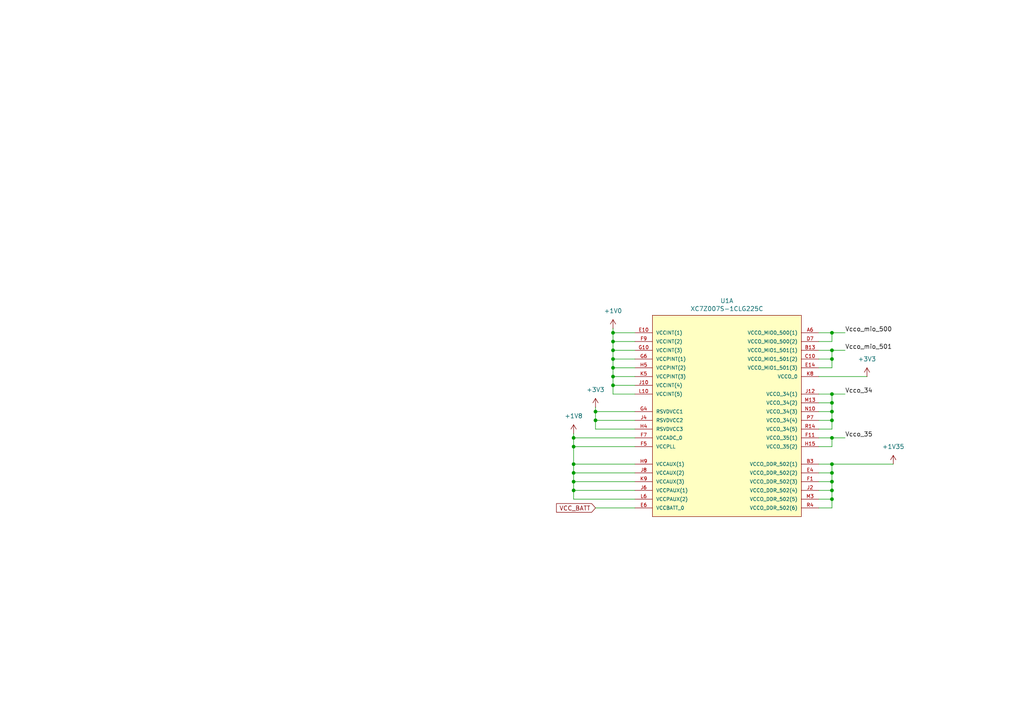
<source format=kicad_sch>
(kicad_sch (version 20231120) (generator "eeschema") (generator_version "8.0")
  (paper "A4")
  (lib_symbols
    (symbol "XC7Z007S-1CLG225C:XC7Z007S-1CLG225C" (pin_names (offset 1.016))
      (property "Reference" "U" (at -20.4724 32.4612 0))
      (property "Value" "XC7Z007S-1CLG225C" (at -20.447 -31.8262 0))
      (symbol "XC7Z007S-1CLG225C_1_0"
        (rectangle (start -20.32 -27.94) (end 22.86 30.48) (stroke (width 0.1524)) (fill (type background)))
        (pin power_in line (at 27.94 25.4 180) (length 5.08) (name "VCCO_MIO0_500(1)") (number "A6"))
        (pin power_in line (at 27.94 20.32 180) (length 5.08) (name "VCCO_MIO1_501(1)") (number "B13"))
        (pin power_in line (at 27.94 -12.7 180) (length 5.08) (name "VCCO_DDR_502(1)") (number "B3"))
        (pin power_in line (at 27.94 17.78 180) (length 5.08) (name "VCCO_MIO1_501(2)") (number "C10"))
        (pin power_in line (at 27.94 22.86 180) (length 5.08) (name "VCCO_MIO0_500(2)") (number "D7"))
        (pin power_in line (at -25.4 25.4 0) (length 5.08) (name "VCCINT(1)") (number "E10"))
        (pin power_in line (at 27.94 15.24 180) (length 5.08) (name "VCCO_MIO1_501(3)") (number "E14"))
        (pin power_in line (at 27.94 -15.24 180) (length 5.08) (name "VCCO_DDR_502(2)") (number "E4"))
        (pin power_in line (at -25.4 -25.4 0) (length 5.08) (name "VCCBATT_0") (number "E6"))
        (pin power_in line (at 27.94 -17.78 180) (length 5.08) (name "VCCO_DDR_502(3)") (number "F1"))
        (pin power_in line (at 27.94 -5.08 180) (length 5.08) (name "VCCO_35(1)") (number "F11"))
        (pin power_in line (at -25.4 -7.62 0) (length 5.08) (name "VCCPLL") (number "F5"))
        (pin power_in line (at -25.4 -5.08 0) (length 5.08) (name "VCCADC_0") (number "F7"))
        (pin power_in line (at -25.4 22.86 0) (length 5.08) (name "VCCINT(2)") (number "F9"))
        (pin power_in line (at -25.4 20.32 0) (length 5.08) (name "VCCINT(3)") (number "G10"))
        (pin power_in line (at -25.4 2.54 0) (length 5.08) (name "RSVDVCC1") (number "G4"))
        (pin power_in line (at -25.4 17.78 0) (length 5.08) (name "VCCPINT(1)") (number "G6"))
        (pin power_in line (at 27.94 -7.62 180) (length 5.08) (name "VCCO_35(2)") (number "H15"))
        (pin power_in line (at -25.4 -2.54 0) (length 5.08) (name "RSVDVCC3") (number "H4"))
        (pin power_in line (at -25.4 15.24 0) (length 5.08) (name "VCCPINT(2)") (number "H5"))
        (pin power_in line (at -25.4 -12.7 0) (length 5.08) (name "VCCAUX(1)") (number "H9"))
        (pin power_in line (at -25.4 10.16 0) (length 5.08) (name "VCCINT(4)") (number "J10"))
        (pin power_in line (at 27.94 7.62 180) (length 5.08) (name "VCCO_34(1)") (number "J12"))
        (pin power_in line (at 27.94 -20.32 180) (length 5.08) (name "VCCO_DDR_502(4)") (number "J2"))
        (pin power_in line (at -25.4 0 0) (length 5.08) (name "RSVDVCC2") (number "J4"))
        (pin power_in line (at -25.4 -20.32 0) (length 5.08) (name "VCCPAUX(1)") (number "J6"))
        (pin power_in line (at -25.4 -15.24 0) (length 5.08) (name "VCCAUX(2)") (number "J8"))
        (pin power_in line (at -25.4 12.7 0) (length 5.08) (name "VCCPINT(3)") (number "K5"))
        (pin power_in line (at 27.94 12.7 180) (length 5.08) (name "VCCO_0") (number "K8"))
        (pin power_in line (at -25.4 -17.78 0) (length 5.08) (name "VCCAUX(3)") (number "K9"))
        (pin power_in line (at -25.4 7.62 0) (length 5.08) (name "VCCINT(5)") (number "L10"))
        (pin power_in line (at -25.4 -22.86 0) (length 5.08) (name "VCCPAUX(2)") (number "L6"))
        (pin power_in line (at 27.94 5.08 180) (length 5.08) (name "VCCO_34(2)") (number "M13"))
        (pin power_in line (at 27.94 -22.86 180) (length 5.08) (name "VCCO_DDR_502(5)") (number "M3"))
        (pin power_in line (at 27.94 2.54 180) (length 5.08) (name "VCCO_34(3)") (number "N10"))
        (pin power_in line (at 27.94 0 180) (length 5.08) (name "VCCO_34(4)") (number "P7"))
        (pin power_in line (at 27.94 -2.54 180) (length 5.08) (name "VCCO_34(5)") (number "R14"))
        (pin power_in line (at 27.94 -25.4 180) (length 5.08) (name "VCCO_DDR_502(6)") (number "R4"))
      )
      (symbol "XC7Z007S-1CLG225C_2_0"
        (rectangle (start -15.24 -20.32) (end 17.78 22.86) (stroke (width 0.1524)) (fill (type background)))
        (pin power_in line (at -20.32 20.32 0) (length 5.08) (name "GND(1)") (number "A1"))
        (pin power_in line (at -20.32 17.78 0) (length 5.08) (name "GND(2)") (number "A11"))
        (pin power_in line (at -20.32 15.24 0) (length 5.08) (name "GND(3)") (number "B8"))
        (pin power_in line (at -20.32 10.16 0) (length 5.08) (name "GND(5)") (number "C15"))
        (pin power_in line (at -20.32 12.7 0) (length 5.08) (name "GND(4)") (number "C5"))
        (pin power_in line (at -20.32 5.08 0) (length 5.08) (name "GND(7)") (number "D12"))
        (pin power_in line (at -20.32 7.62 0) (length 5.08) (name "GND(6)") (number "D2"))
        (pin power_in line (at -20.32 2.54 0) (length 5.08) (name "GND(8)") (number "E5"))
        (pin power_in line (at -20.32 0 0) (length 5.08) (name "GND(9)") (number "E7"))
        (pin power_in line (at -20.32 -2.54 0) (length 5.08) (name "GND(10)") (number "E9"))
        (pin power_in line (at -20.32 -5.08 0) (length 5.08) (name "GND(11)") (number "F10"))
        (pin power_in line (at 22.86 20.32 180) (length 5.08) (name "GNDADC_0") (number "F8"))
        (pin power_in line (at -20.32 -12.7 0) (length 5.08) (name "GND(14)") (number "G13"))
        (pin power_in line (at -20.32 -7.62 0) (length 5.08) (name "GND(12)") (number "G3"))
        (pin power_in line (at -20.32 -10.16 0) (length 5.08) (name "GND(13)") (number "G5"))
        (pin power_in line (at -20.32 -17.78 0) (length 5.08) (name "GND(16)") (number "H10"))
        (pin power_in line (at -20.32 -15.24 0) (length 5.08) (name "GND(15)") (number "H6"))
        (pin power_in line (at 22.86 -17.78 180) (length 5.08) (name "GND(17)") (number "J5"))
        (pin power_in line (at 22.86 -15.24 180) (length 5.08) (name "GND(18)") (number "J9"))
        (pin power_in line (at 22.86 -7.62 180) (length 5.08) (name "GND(21)") (number "K10"))
        (pin power_in line (at 22.86 -5.08 180) (length 5.08) (name "GND(22)") (number "K14"))
        (pin power_in line (at 22.86 -12.7 180) (length 5.08) (name "GND(19)") (number "K4"))
        (pin power_in line (at 22.86 -10.16 180) (length 5.08) (name "GND(20)") (number "K7"))
        (pin power_in line (at 22.86 -2.54 180) (length 5.08) (name "GND(23)") (number "L1"))
        (pin power_in line (at 22.86 2.54 180) (length 5.08) (name "GND(25)") (number "L11"))
        (pin power_in line (at 22.86 0 180) (length 5.08) (name "GND(24)") (number "L5"))
        (pin power_in line (at 22.86 5.08 180) (length 5.08) (name "GND(26)") (number "M8"))
        (pin power_in line (at 22.86 10.16 180) (length 5.08) (name "GND(28)") (number "N15"))
        (pin power_in line (at 22.86 7.62 180) (length 5.08) (name "GND(27)") (number "N5"))
        (pin power_in line (at 22.86 15.24 180) (length 5.08) (name "GND(30)") (number "P12"))
        (pin power_in line (at 22.86 12.7 180) (length 5.08) (name "GND(29)") (number "P2"))
        (pin power_in line (at 22.86 17.78 180) (length 5.08) (name "GND(31)") (number "R9"))
      )
      (symbol "XC7Z007S-1CLG225C_3_0"
        (rectangle (start -22.86 -35.56) (end 27.94 38.1) (stroke (width 0.1524)) (fill (type background)))
        (pin bidirectional line (at -27.94 33.02 0) (length 5.08) (name "PS_DDR_DQ1_502") (number "A2"))
        (pin bidirectional line (at -27.94 30.48 0) (length 5.08) (name "PS_DDR_DQ7_502") (number "A3"))
        (pin bidirectional line (at -27.94 27.94 0) (length 5.08) (name "PS_DDR_DQ5_502") (number "A4"))
        (pin bidirectional line (at -27.94 25.4 0) (length 5.08) (name "PS_DDR_DM0_502") (number "B1"))
        (pin bidirectional line (at -27.94 22.86 0) (length 5.08) (name "PS_DDR_DQS_N0_502") (number "B2"))
        (pin bidirectional line (at -27.94 20.32 0) (length 5.08) (name "PS_DDR_DQ4_502") (number "B4"))
        (pin bidirectional line (at -27.94 17.78 0) (length 5.08) (name "PS_DDR_DQ3_502") (number "C1"))
        (pin bidirectional line (at -27.94 15.24 0) (length 5.08) (name "PS_DDR_DQS_P0_502") (number "C2"))
        (pin bidirectional line (at -27.94 12.7 0) (length 5.08) (name "PS_DDR_DQ6_502") (number "C3"))
        (pin bidirectional line (at -27.94 10.16 0) (length 5.08) (name "PS_DDR_DQ2_502") (number "C4"))
        (pin bidirectional line (at -27.94 7.62 0) (length 5.08) (name "PS_DDR_DQ9_502") (number "D1"))
        (pin bidirectional line (at -27.94 5.08 0) (length 5.08) (name "PS_DDR_DM1_502") (number "D3"))
        (pin bidirectional line (at -27.94 2.54 0) (length 5.08) (name "PS_DDR_DQ0_502") (number "D4"))
        (pin bidirectional line (at -27.94 0 0) (length 5.08) (name "PS_DDR_DQ8_502") (number "E1"))
        (pin bidirectional line (at -27.94 -2.54 0) (length 5.08) (name "PS_DDR_DQ10_502") (number "E2"))
        (pin bidirectional line (at -27.94 -5.08 0) (length 5.08) (name "PS_DDR_DQ11_502") (number "E3"))
        (pin bidirectional line (at -27.94 -7.62 0) (length 5.08) (name "PS_DDR_DQS_N1_502") (number "F2"))
        (pin bidirectional line (at -27.94 -10.16 0) (length 5.08) (name "PS_DDR_DQ12_502") (number "F3"))
        (pin bidirectional line (at -27.94 -12.7 0) (length 5.08) (name "PS_DDR_VREF0_502") (number "F4"))
        (pin bidirectional line (at -27.94 -15.24 0) (length 5.08) (name "PS_DDR_DQ13_502") (number "G1"))
        (pin bidirectional line (at -27.94 -17.78 0) (length 5.08) (name "PS_DDR_DQS_P1_502") (number "G2"))
        (pin bidirectional line (at -27.94 -20.32 0) (length 5.08) (name "PS_DDR_DQ14_502") (number "H1"))
        (pin bidirectional line (at -27.94 -22.86 0) (length 5.08) (name "PS_DDR_DQ15_502") (number "H2"))
        (pin bidirectional line (at -27.94 -25.4 0) (length 5.08) (name "PS_DDR_VRP_502") (number "H3"))
        (pin bidirectional line (at -27.94 -27.94 0) (length 5.08) (name "PS_DDR_A10_502") (number "J1"))
        (pin bidirectional line (at -27.94 -30.48 0) (length 5.08) (name "PS_DDR_VRN_502") (number "J3"))
        (pin bidirectional line (at 33.02 33.02 180) (length 5.08) (name "PS_DDR_A14_502") (number "K1"))
        (pin bidirectional line (at 33.02 30.48 180) (length 5.08) (name "PS_DDR_A13_502") (number "K2"))
        (pin bidirectional line (at 33.02 27.94 180) (length 5.08) (name "PS_DDR_ODT_502") (number "K3"))
        (pin bidirectional line (at 33.02 25.4 180) (length 5.08) (name "PS_DDR_A11_502") (number "L2"))
        (pin bidirectional line (at 33.02 7.62 180) (length 5.08) (name "PS_DDR_CKE_502") (number "L3"))
        (pin bidirectional line (at 33.02 22.86 180) (length 5.08) (name "PS_DDR_DRST_B_502") (number "L4"))
        (pin bidirectional line (at 33.02 20.32 180) (length 5.08) (name "PS_DDR_A2_502") (number "M1"))
        (pin bidirectional line (at 33.02 17.78 180) (length 5.08) (name "PS_DDR_A12_502") (number "M2"))
        (pin bidirectional line (at 33.02 15.24 180) (length 5.08) (name "PS_DDR_A3_502") (number "M4"))
        (pin bidirectional line (at 33.02 12.7 180) (length 5.08) (name "PS_DDR_A7_502") (number "M5"))
        (pin bidirectional line (at 33.02 10.16 180) (length 5.08) (name "PS_DDR_BA0_502") (number "M6"))
        (pin bidirectional line (at 33.02 5.08 180) (length 5.08) (name "PS_DDR_A1_502") (number "N1"))
        (pin bidirectional line (at 33.02 2.54 180) (length 5.08) (name "PS_DDR_CKN_502") (number "N2"))
        (pin bidirectional line (at 33.02 0 180) (length 5.08) (name "PS_DDR_CKP_502") (number "N3"))
        (pin bidirectional line (at 33.02 -2.54 180) (length 5.08) (name "PS_DDR_A9_502") (number "N4"))
        (pin bidirectional line (at 33.02 -5.08 180) (length 5.08) (name "PS_DDR_BA2_502") (number "N6"))
        (pin bidirectional line (at 33.02 -17.78 180) (length 5.08) (name "PS_DDR_A0_502") (number "P1"))
        (pin bidirectional line (at 33.02 -15.24 180) (length 5.08) (name "PS_DDR_A4_502") (number "P3"))
        (pin bidirectional line (at 33.02 -12.7 180) (length 5.08) (name "PS_DDR_A5_502") (number "P4"))
        (pin bidirectional line (at 33.02 -10.16 180) (length 5.08) (name "PS_DDR_A6_502") (number "P5"))
        (pin bidirectional line (at 33.02 -7.62 180) (length 5.08) (name "PS_DDR_A8_502") (number "P6"))
        (pin bidirectional line (at 33.02 -30.48 180) (length 5.08) (name "PS_DDR_BA1_502") (number "R1"))
        (pin bidirectional line (at 33.02 -27.94 180) (length 5.08) (name "PS_DDR_CS_B_502") (number "R2"))
        (pin bidirectional line (at 33.02 -25.4 180) (length 5.08) (name "PS_DDR_WE_B_502") (number "R3"))
        (pin bidirectional line (at 33.02 -22.86 180) (length 5.08) (name "PS_DDR_CAS_B_502") (number "R5"))
        (pin bidirectional line (at 33.02 -20.32 180) (length 5.08) (name "PS_DDR_RAS_B_502") (number "R6"))
      )
      (symbol "XC7Z007S-1CLG225C_4_0"
        (rectangle (start -22.86 -35.56) (end 20.32 35.56) (stroke (width 0.1524)) (fill (type background)))
        (pin bidirectional line (at -27.94 20.32 0) (length 5.08) (name "PS_MIO6_500") (number "A10"))
        (pin bidirectional line (at -27.94 17.78 0) (length 5.08) (name "PS_MIO52_501") (number "A12"))
        (pin bidirectional line (at -27.94 15.24 0) (length 5.08) (name "PS_MIO38_501") (number "A13"))
        (pin bidirectional line (at -27.94 12.7 0) (length 5.08) (name "PS_MIO35_501") (number "A14"))
        (pin bidirectional line (at -27.94 10.16 0) (length 5.08) (name "PS_MIO28_501") (number "A15"))
        (pin bidirectional line (at -27.94 30.48 0) (length 5.08) (name "PS_MIO1_500") (number "A5"))
        (pin bidirectional line (at -27.94 27.94 0) (length 5.08) (name "PS_MIO3_500") (number "A7"))
        (pin bidirectional line (at -27.94 25.4 0) (length 5.08) (name "PS_MIO2_500") (number "A8"))
        (pin bidirectional line (at -27.94 22.86 0) (length 5.08) (name "PS_MIO5_500") (number "A9"))
        (pin bidirectional line (at -27.94 -2.54 0) (length 5.08) (name "PS_MIO11_500") (number "B10"))
        (pin bidirectional line (at 25.4 -10.16 180) (length 5.08) (name "PS_SRST_B_501") (number "B11"))
        (pin bidirectional line (at -27.94 -7.62 0) (length 5.08) (name "PS_MIO48_501") (number "B12"))
        (pin bidirectional line (at -27.94 -10.16 0) (length 5.08) (name "PS_MIO36_501") (number "B14"))
        (pin bidirectional line (at -27.94 -12.7 0) (length 5.08) (name "PS_MIO30_501") (number "B15"))
        (pin bidirectional line (at -27.94 7.62 0) (length 5.08) (name "PS_MIO9_500") (number "B5"))
        (pin bidirectional line (at -27.94 5.08 0) (length 5.08) (name "PS_MIO8_500") (number "B6"))
        (pin bidirectional line (at -27.94 2.54 0) (length 5.08) (name "PS_MIO12_500") (number "B7"))
        (pin bidirectional line (at -27.94 0 0) (length 5.08) (name "PS_MIO14_500") (number "B9"))
        (pin bidirectional line (at -27.94 -15.24 0) (length 5.08) (name "PS_MIO33_501") (number "C11"))
        (pin bidirectional line (at -27.94 -17.78 0) (length 5.08) (name "PS_MIO31_501") (number "C12"))
        (pin bidirectional line (at -27.94 -20.32 0) (length 5.08) (name "PS_MIO53_501") (number "C13"))
        (pin bidirectional line (at -27.94 -22.86 0) (length 5.08) (name "PS_MIO37_501") (number "C14"))
        (pin bidirectional line (at -27.94 -5.08 0) (length 5.08) (name "PS_MIO13_500") (number "C6"))
        (pin bidirectional clock (at 25.4 -7.62 180) (length 5.08) (name "PS_CLK_500") (number "C7"))
        (pin bidirectional line (at 25.4 -15.24 180) (length 5.08) (name "PS_MIO4_500") (number "C8"))
        (pin bidirectional line (at 25.4 15.24 180) (length 5.08) (name "PS_POR_B_500") (number "C9"))
        (pin bidirectional line (at 25.4 -30.48 180) (length 5.08) (name "PS_MIO15_500") (number "D10"))
        (pin bidirectional line (at 25.4 -27.94 180) (length 5.08) (name "PS_MIO29_501") (number "D11"))
        (pin bidirectional line (at 25.4 -25.4 180) (length 5.08) (name "PS_MIO49_501") (number "D13"))
        (pin bidirectional line (at 25.4 -22.86 180) (length 5.08) (name "PS_MIO39_501") (number "D14"))
        (pin bidirectional line (at -27.94 -30.48 0) (length 5.08) (name "PS_MIO34_501") (number "D15"))
        (pin bidirectional line (at 25.4 0 180) (length 5.08) (name "INIT_B_0") (number "D5"))
        (pin bidirectional line (at -27.94 -27.94 0) (length 5.08) (name "PS_MIO10_500") (number "D6"))
        (pin bidirectional line (at -27.94 -25.4 0) (length 5.08) (name "PS_MIO0_500") (number "D8"))
        (pin bidirectional line (at 25.4 -20.32 180) (length 5.08) (name "PS_MIO7_500") (number "D9"))
        (pin bidirectional line (at 25.4 -17.78 180) (length 5.08) (name "PS_MIO32_501") (number "E15"))
        (pin bidirectional line (at 25.4 5.08 180) (length 5.08) (name "RSVDGND") (number "E8"))
        (pin bidirectional line (at 25.4 -2.54 180) (length 5.08) (name "CFGBVS_0") (number "F6"))
        (pin bidirectional line (at 25.4 7.62 180) (length 5.08) (name "VP_0") (number "G7"))
        (pin bidirectional line (at 25.4 10.16 180) (length 5.08) (name "VREFN_0") (number "G8"))
        (pin bidirectional line (at 25.4 12.7 180) (length 5.08) (name "TCK_0") (number "G9"))
        (pin bidirectional line (at 25.4 20.32 180) (length 5.08) (name "VREFP_0") (number "H7"))
        (pin bidirectional line (at 25.4 22.86 180) (length 5.08) (name "VN_0") (number "H8"))
        (pin bidirectional line (at 25.4 2.54 180) (length 5.08) (name "DXP_0") (number "J7"))
        (pin bidirectional line (at 25.4 -5.08 180) (length 5.08) (name "PROGRAM_B_0") (number "K6"))
        (pin bidirectional line (at 25.4 25.4 180) (length 5.08) (name "TDI_0") (number "L7"))
        (pin bidirectional line (at 25.4 27.94 180) (length 5.08) (name "TDO_0") (number "L8"))
        (pin bidirectional line (at 25.4 30.48 180) (length 5.08) (name "TMS_0") (number "L9"))
        (pin bidirectional line (at 25.4 17.78 180) (length 5.08) (name "DONE_0") (number "M7"))
      )
      (symbol "XC7Z007S-1CLG225C_5_0"
        (rectangle (start -25.4 -40.64) (end 25.4 35.56) (stroke (width 0.1524)) (fill (type background)))
        (pin bidirectional line (at -30.48 30.48 0) (length 5.08) (name "IO_L2P_T0_AD8P_35") (number "E11"))
        (pin bidirectional line (at -30.48 27.94 0) (length 5.08) (name "IO_L2N_T0_AD8N_35") (number "E12"))
        (pin bidirectional line (at -30.48 25.4 0) (length 5.08) (name "IO_L1N_T0_AD0N_35") (number "E13"))
        (pin bidirectional line (at -30.48 22.86 0) (length 5.08) (name "IO_L1P_T0_AD0P_35") (number "F12"))
        (pin bidirectional line (at -30.48 20.32 0) (length 5.08) (name "IO_L3P_T0_DQS_AD1P_35") (number "F13"))
        (pin bidirectional line (at -30.48 17.78 0) (length 5.08) (name "IO_L3N_T0_DQS_AD1N_35") (number "F14"))
        (pin bidirectional line (at -30.48 15.24 0) (length 5.08) (name "IO_L5N_T0_AD9N_35") (number "F15"))
        (pin bidirectional line (at -30.48 5.08 0) (length 5.08) (name "IO_L1P_T0_34") (number "G11"))
        (pin bidirectional line (at -30.48 2.54 0) (length 5.08) (name "IO_L2P_T0_34") (number "G12"))
        (pin bidirectional line (at -30.48 7.62 0) (length 5.08) (name "IO_L3P_T0_DQS_PUDC_B_34") (number "G14"))
        (pin bidirectional line (at -30.48 12.7 0) (length 5.08) (name "IO_L5P_T0_AD9P_35") (number "G15"))
        (pin bidirectional line (at 30.48 30.48 180) (length 5.08) (name "IO_L6P_T0_34") (number "H11"))
        (pin bidirectional line (at 30.48 27.94 180) (length 5.08) (name "IO_L1N_T0_34") (number "H12"))
        (pin bidirectional line (at 30.48 25.4 180) (length 5.08) (name "IO_L2N_T0_34") (number "H13"))
        (pin bidirectional line (at 30.48 22.86 180) (length 5.08) (name "IO_L3N_T0_DQS_34") (number "H14"))
        (pin bidirectional line (at 30.48 20.32 180) (length 5.08) (name "IO_L6N_T0_VREF_34") (number "J11"))
        (pin bidirectional line (at 30.48 17.78 180) (length 5.08) (name "IO_L5P_T0_34") (number "J13"))
        (pin bidirectional line (at 30.48 15.24 180) (length 5.08) (name "IO_L5N_T0_34") (number "J14"))
        (pin bidirectional line (at 30.48 12.7 180) (length 5.08) (name "IO_L4P_T0_34") (number "J15"))
        (pin bidirectional line (at 30.48 10.16 180) (length 5.08) (name "IO_L11P_T1_SRCC_34") (number "K11"))
        (pin bidirectional line (at 30.48 7.62 180) (length 5.08) (name "IO_L11N_T1_SRCC_34") (number "K12"))
        (pin bidirectional line (at 30.48 5.08 180) (length 5.08) (name "IO_L10P_T1_34") (number "K13"))
        (pin bidirectional line (at 30.48 2.54 180) (length 5.08) (name "IO_L4N_T0_34") (number "K15"))
        (pin bidirectional line (at -30.48 0 0) (length 5.08) (name "IO_L12P_T1_MRCC_34") (number "L12"))
        (pin bidirectional line (at -30.48 -2.54 0) (length 5.08) (name "IO_L10N_T1_34") (number "L13"))
        (pin bidirectional line (at 30.48 -2.54 180) (length 5.08) (name "IO_L9P_T1_DQS_34") (number "L14"))
        (pin bidirectional line (at 30.48 0 180) (length 5.08) (name "IO_L8P_T1_34") (number "L15"))
        (pin bidirectional line (at -30.48 -5.08 0) (length 5.08) (name "IO_L21P_T3_DQS_34") (number "M10"))
        (pin bidirectional line (at 30.48 -7.62 180) (length 5.08) (name "IO_L21N_T3_DQS_34") (number "M11"))
        (pin bidirectional line (at -30.48 -7.62 0) (length 5.08) (name "IO_L12N_T1_MRCC_34") (number "M12"))
        (pin bidirectional line (at 30.48 -10.16 180) (length 5.08) (name "IO_L9N_T1_DQS_34") (number "M14"))
        (pin bidirectional line (at -30.48 -10.16 0) (length 5.08) (name "IO_L8N_T1_34") (number "M15"))
        (pin bidirectional line (at 30.48 -5.08 180) (length 5.08) (name "IO_L19P_T3_34") (number "M9"))
        (pin bidirectional line (at -30.48 -20.32 0) (length 5.08) (name "IO_L13P_T2_MRCC_34") (number "N11"))
        (pin bidirectional line (at -30.48 -17.78 0) (length 5.08) (name "IO_L13N_T2_MRCC_34") (number "N12"))
        (pin bidirectional line (at -30.48 -15.24 0) (length 5.08) (name "IO_L7P_T1_34") (number "N13"))
        (pin bidirectional line (at -30.48 -12.7 0) (length 5.08) (name "IO_L7N_T1_34") (number "N14"))
        (pin bidirectional line (at -30.48 -27.94 0) (length 5.08) (name "IO_L22P_T3_34") (number "N7"))
        (pin bidirectional line (at -30.48 -25.4 0) (length 5.08) (name "IO_L22N_T3_34") (number "N8"))
        (pin bidirectional line (at -30.48 -22.86 0) (length 5.08) (name "IO_L19N_T3_VREF_34") (number "N9"))
        (pin bidirectional line (at 30.48 -20.32 180) (length 5.08) (name "IO_L24P_T3_34") (number "P10"))
        (pin bidirectional line (at 30.48 -22.86 180) (length 5.08) (name "IO_L16P_T2_34") (number "P11"))
        (pin bidirectional line (at 30.48 -25.4 180) (length 5.08) (name "IO_L18P_T2_34") (number "P13"))
        (pin bidirectional line (at 30.48 -27.94 180) (length 5.08) (name "IO_L18N_T2_34") (number "P14"))
        (pin bidirectional line (at 30.48 -12.7 180) (length 5.08) (name "IO_L15P_T2_DQS_34") (number "P15"))
        (pin bidirectional line (at 30.48 -15.24 180) (length 5.08) (name "IO_L23P_T3_34") (number "P8"))
        (pin bidirectional line (at 30.48 -17.78 180) (length 5.08) (name "IO_L23N_T3_34") (number "P9"))
        (pin bidirectional line (at 30.48 -35.56 180) (length 5.08) (name "IO_L24N_T3_34") (number "R10"))
        (pin bidirectional line (at 30.48 -33.02 180) (length 5.08) (name "IO_L16N_T2_34") (number "R11"))
        (pin bidirectional line (at -30.48 -33.02 0) (length 5.08) (name "IO_L17P_T2_34") (number "R12"))
        (pin bidirectional line (at -30.48 -35.56 0) (length 5.08) (name "IO_L17N_T2_34") (number "R13"))
        (pin bidirectional line (at -30.48 10.16 0) (length 5.08) (name "IO_L15N_T2_DQS_34") (number "R15"))
        (pin bidirectional line (at -30.48 -30.48 0) (length 5.08) (name "IO_L20P_T3_34") (number "R7"))
        (pin bidirectional line (at 30.48 -30.48 180) (length 5.08) (name "IO_L20N_T3_34") (number "R8"))
      )
    )
    (symbol "power:+1V0" (power) (pin_numbers hide) (pin_names (offset 0) hide)
      (property "Value" "+1V0" (at 0 3.556 0))
      (symbol "+1V0_0_1"
        (polyline (pts (xy -0.762 1.27) (xy 0 2.54)))
        (polyline (pts (xy 0 0) (xy 0 2.54)))
        (polyline (pts (xy 0 2.54) (xy 0.762 1.27)))
      )
      (symbol "+1V0_1_1"
        (pin power_in line (at 0 0 90) (length 0) (name "~") (number "1"))
      )
    )
    (symbol "power:+1V35" (power) (pin_numbers hide) (pin_names (offset 0) hide)
      (property "Value" "+1V35" (at 0 3.556 0))
      (symbol "+1V35_0_1"
        (polyline (pts (xy -0.762 1.27) (xy 0 2.54)))
        (polyline (pts (xy 0 0) (xy 0 2.54)))
        (polyline (pts (xy 0 2.54) (xy 0.762 1.27)))
      )
      (symbol "+1V35_1_1"
        (pin power_in line (at 0 0 90) (length 0) (name "~") (number "1"))
      )
    )
    (symbol "power:+1V8" (power) (pin_numbers hide) (pin_names (offset 0) hide)
      (property "Value" "+1V8" (at 0 3.556 0))
      (symbol "+1V8_0_1"
        (polyline (pts (xy -0.762 1.27) (xy 0 2.54)))
        (polyline (pts (xy 0 0) (xy 0 2.54)))
        (polyline (pts (xy 0 2.54) (xy 0.762 1.27)))
      )
      (symbol "+1V8_1_1"
        (pin power_in line (at 0 0 90) (length 0) (name "~") (number "1"))
      )
    )
    (symbol "power:+3V3" (power) (pin_numbers hide) (pin_names (offset 0) hide)
      (property "Value" "+3V3" (at 0 3.556 0))
      (symbol "+3V3_0_1"
        (polyline (pts (xy -0.762 1.27) (xy 0 2.54)))
        (polyline (pts (xy 0 0) (xy 0 2.54)))
        (polyline (pts (xy 0 2.54) (xy 0.762 1.27)))
      )
      (symbol "+3V3_1_1"
        (pin power_in line (at 0 0 90) (length 0) (name "~") (number "1"))
      )
    )
  )
  (junction (at 241.3 139.7))
  (junction (at 241.3 142.24))
  (junction (at 177.8 99.06))
  (junction (at 177.8 111.76))
  (junction (at 177.8 96.52))
  (junction (at 166.37 142.24))
  (junction (at 241.3 114.3))
  (junction (at 241.3 144.78))
  (junction (at 241.3 134.62))
  (junction (at 172.72 121.92))
  (junction (at 172.72 119.38))
  (junction (at 241.3 137.16))
  (junction (at 241.3 121.92))
  (junction (at 241.3 119.38))
  (junction (at 177.8 101.6))
  (junction (at 166.37 129.54))
  (junction (at 166.37 137.16))
  (junction (at 166.37 134.62))
  (junction (at 177.8 106.68))
  (junction (at 241.3 116.84))
  (junction (at 166.37 127))
  (junction (at 177.8 104.14))
  (junction (at 241.3 101.6))
  (junction (at 241.3 127))
  (junction (at 241.3 96.52))
  (junction (at 241.3 104.14))
  (junction (at 166.37 139.7))
  (junction (at 177.8 109.22))
  (wire (pts (xy 241.3 96.52) (xy 245.11 96.52)))
  (wire (pts (xy 241.3 114.3) (xy 245.11 114.3)))
  (wire (pts (xy 237.49 134.62) (xy 241.3 134.62)))
  (wire (pts (xy 172.72 147.32) (xy 184.15 147.32)))
  (wire (pts (xy 237.49 137.16) (xy 241.3 137.16)))
  (wire (pts (xy 241.3 127) (xy 241.3 129.54)))
  (wire (pts (xy 237.49 124.46) (xy 241.3 124.46)))
  (wire (pts (xy 237.49 139.7) (xy 241.3 139.7)))
  (wire (pts (xy 172.72 124.46) (xy 184.15 124.46)))
  (wire (pts (xy 177.8 104.14) (xy 177.8 106.68)))
  (wire (pts (xy 241.3 114.3) (xy 241.3 116.84)))
  (wire (pts (xy 241.3 101.6) (xy 245.11 101.6)))
  (wire (pts (xy 241.3 106.68) (xy 241.3 104.14)))
  (wire (pts (xy 237.49 101.6) (xy 241.3 101.6)))
  (wire (pts (xy 177.8 111.76) (xy 184.15 111.76)))
  (wire (pts (xy 237.49 104.14) (xy 241.3 104.14)))
  (wire (pts (xy 241.3 137.16) (xy 241.3 139.7)))
  (wire (pts (xy 177.8 101.6) (xy 184.15 101.6)))
  (wire (pts (xy 166.37 137.16) (xy 166.37 139.7)))
  (wire (pts (xy 241.3 127) (xy 245.11 127)))
  (wire (pts (xy 166.37 144.78) (xy 184.15 144.78)))
  (wire (pts (xy 177.8 95.25) (xy 177.8 96.52)))
  (wire (pts (xy 237.49 142.24) (xy 241.3 142.24)))
  (wire (pts (xy 237.49 119.38) (xy 241.3 119.38)))
  (wire (pts (xy 177.8 111.76) (xy 177.8 114.3)))
  (wire (pts (xy 177.8 104.14) (xy 184.15 104.14)))
  (wire (pts (xy 241.3 119.38) (xy 241.3 121.92)))
  (wire (pts (xy 241.3 144.78) (xy 241.3 147.32)))
  (wire (pts (xy 166.37 134.62) (xy 166.37 137.16)))
  (wire (pts (xy 177.8 96.52) (xy 177.8 99.06)))
  (wire (pts (xy 237.49 96.52) (xy 241.3 96.52)))
  (wire (pts (xy 241.3 134.62) (xy 259.08 134.62)))
  (wire (pts (xy 166.37 129.54) (xy 184.15 129.54)))
  (wire (pts (xy 241.3 142.24) (xy 241.3 144.78)))
  (wire (pts (xy 172.72 119.38) (xy 184.15 119.38)))
  (wire (pts (xy 172.72 121.92) (xy 172.72 124.46)))
  (wire (pts (xy 177.8 99.06) (xy 184.15 99.06)))
  (wire (pts (xy 241.3 104.14) (xy 241.3 101.6)))
  (wire (pts (xy 177.8 96.52) (xy 184.15 96.52)))
  (wire (pts (xy 177.8 106.68) (xy 184.15 106.68)))
  (wire (pts (xy 237.49 99.06) (xy 241.3 99.06)))
  (wire (pts (xy 172.72 121.92) (xy 184.15 121.92)))
  (wire (pts (xy 237.49 147.32) (xy 241.3 147.32)))
  (wire (pts (xy 166.37 139.7) (xy 166.37 142.24)))
  (wire (pts (xy 166.37 127) (xy 184.15 127)))
  (wire (pts (xy 237.49 109.22) (xy 251.46 109.22)))
  (wire (pts (xy 177.8 109.22) (xy 184.15 109.22)))
  (wire (pts (xy 237.49 144.78) (xy 241.3 144.78)))
  (wire (pts (xy 177.8 109.22) (xy 177.8 111.76)))
  (wire (pts (xy 166.37 127) (xy 166.37 129.54)))
  (wire (pts (xy 237.49 121.92) (xy 241.3 121.92)))
  (wire (pts (xy 237.49 114.3) (xy 241.3 114.3)))
  (wire (pts (xy 241.3 134.62) (xy 241.3 137.16)))
  (wire (pts (xy 166.37 142.24) (xy 184.15 142.24)))
  (wire (pts (xy 166.37 137.16) (xy 184.15 137.16)))
  (wire (pts (xy 166.37 129.54) (xy 166.37 134.62)))
  (wire (pts (xy 172.72 119.38) (xy 172.72 121.92)))
  (wire (pts (xy 241.3 116.84) (xy 241.3 119.38)))
  (wire (pts (xy 172.72 118.11) (xy 172.72 119.38)))
  (wire (pts (xy 166.37 139.7) (xy 184.15 139.7)))
  (wire (pts (xy 166.37 125.73) (xy 166.37 127)))
  (wire (pts (xy 241.3 139.7) (xy 241.3 142.24)))
  (wire (pts (xy 237.49 127) (xy 241.3 127)))
  (wire (pts (xy 177.8 101.6) (xy 177.8 104.14)))
  (wire (pts (xy 166.37 142.24) (xy 166.37 144.78)))
  (wire (pts (xy 177.8 99.06) (xy 177.8 101.6)))
  (wire (pts (xy 241.3 99.06) (xy 241.3 96.52)))
  (wire (pts (xy 237.49 106.68) (xy 241.3 106.68)))
  (wire (pts (xy 166.37 134.62) (xy 184.15 134.62)))
  (wire (pts (xy 177.8 114.3) (xy 184.15 114.3)))
  (wire (pts (xy 237.49 129.54) (xy 241.3 129.54)))
  (wire (pts (xy 237.49 116.84) (xy 241.3 116.84)))
  (wire (pts (xy 177.8 106.68) (xy 177.8 109.22)))
  (wire (pts (xy 241.3 121.92) (xy 241.3 124.46)))
  (label "Vcco_mio_500" (at 245.11 96.52 0))
  (label "Vcco_35" (at 245.11 127 0))
  (label "Vcco_mio_501" (at 245.11 101.6 0))
  (label "Vcco_34" (at 245.11 114.3 0))
  (global_label "VCC_BATT" (shape input) (at 172.72 147.32 180) (property "Intersheetrefs" "${INTERSHEET_REFS}" (effects (hide yes))))
  (symbol (lib_id "XC7Z007S-1CLG225C:XC7Z007S-1CLG225C") (at 209.55 121.92 0) (unit 1)
    (property "Reference" "U1" (at 210.82 87.249 0))
    (property "Value" "XC7Z007S-1CLG225C" (at 210.82 89.5604 0))
    (property "Footprint" "BGA225C80P15X15_1300X1300X150" (effects (hide yes)))
    (property "Description" "\\n                        \\n                            Single ARM® Cortex®-A9 MPCore™ with CoreSight™ System On Chip (SOC) IC Zynq®-7000 Artix™-7 FPGA, 23K Logic Cells   667MHz 225-CSPBGA (13x13)\\n                        \\n" (effects (hide yes)))
    (property "MF" "Xilinx Inc." (effects (hide yes)))
    (property "DESCRIPTION" "FPGA Zynq-7000 Family 23000 Cells 667MHz 28nm 1V 225-Pin WCBGA Tray" (effects (hide yes)))
    (property "PACKAGE" "CSPBGA-225 Xilinx" (effects (hide yes)))
    (property "PRICE" "42.41 USD" (effects (hide yes)))
    (property "Package" "CSPBGA-225 Xilinx" (effects (hide yes)))
    (property "Check_prices" "https://www.snapeda.com/parts/XC7Z007S-1CLG225C/Xilinx/view-part/?ref=eda" (effects (hide yes)))
    (property "Price" "None" (effects (hide yes)))
    (property "SnapEDA_Link" "https://www.snapeda.com/parts/XC7Z007S-1CLG225C/Xilinx/view-part/?ref=snap" (effects (hide yes)))
    (property "MP" "XC7Z007S-1CLG225C" (effects (hide yes)))
    (property "Availability" "In Stock" (effects (hide yes)))
    (property "AVAILABILITY" "Bad" (effects (hide yes)))
    (property "MANUFACTURER" "Xilinx" (effects (hide yes)))
    (property "Description_1" "\\n                        \\n                            Single ARM® Cortex®-A9 MPCore™ with CoreSight™ System On Chip (SOC) IC Zynq®-7000 Artix™-7 FPGA, 23K Logic Cells   667MHz 225-CSPBGA (13x13)\\n                        \\n" (effects (hide yes)))
  )
  (symbol (lib_id "power:+1V8") (at 166.37 125.73 0) (unit 1)
    (property "Reference" "#PWR016" (effects (hide yes)))
    (property "Value" "+1V8" (at 166.37 120.65 0))
    (property "Description" "Power symbol creates a global label with name \"+1V8\"" (effects (hide yes)))
  )
  (symbol (lib_id "power:+1V35") (at 259.08 134.62 0) (unit 1)
    (property "Reference" "#PWR018" (effects (hide yes)))
    (property "Value" "+1V35" (at 259.08 129.54 0))
    (property "Description" "Power symbol creates a global label with name \"+1V35\"" (effects (hide yes)))
  )
  (symbol (lib_id "power:+3V3") (at 251.46 109.22 0) (unit 1)
    (property "Reference" "#PWR017" (effects (hide yes)))
    (property "Value" "+3V3" (at 251.46 104.14 0))
    (property "Description" "Power symbol creates a global label with name \"+3V3\"" (effects (hide yes)))
  )
  (symbol (lib_id "power:+1V0") (at 177.8 95.25 0) (unit 1)
    (property "Reference" "#PWR015" (effects (hide yes)))
    (property "Value" "+1V0" (at 177.8 90.17 0))
    (property "Description" "Power symbol creates a global label with name \"+1V0\"" (effects (hide yes)))
  )
  (symbol (lib_id "power:+3V3") (at 172.72 118.11 0) (unit 1)
    (property "Reference" "#PWR021" (effects (hide yes)))
    (property "Value" "+3V3" (at 172.72 113.03 0))
    (property "Description" "Power symbol creates a global label with name \"+3V3\"" (effects (hide yes)))
  )
)
</source>
